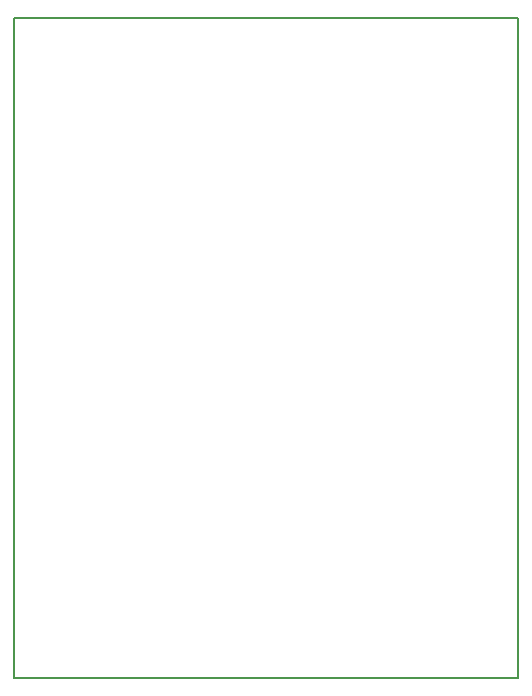
<source format=gm1>
G04 MADE WITH FRITZING*
G04 WWW.FRITZING.ORG*
G04 DOUBLE SIDED*
G04 HOLES PLATED*
G04 CONTOUR ON CENTER OF CONTOUR VECTOR*
%ASAXBY*%
%FSLAX23Y23*%
%MOIN*%
%OFA0B0*%
%SFA1.0B1.0*%
%ADD10R,1.688300X2.209970*%
%ADD11C,0.008000*%
%ADD10C,0.008*%
%LNCONTOUR*%
G90*
G70*
G54D10*
G54D11*
X4Y2206D02*
X1684Y2206D01*
X1684Y4D01*
X4Y4D01*
X4Y2206D01*
D02*
G04 End of contour*
M02*
</source>
